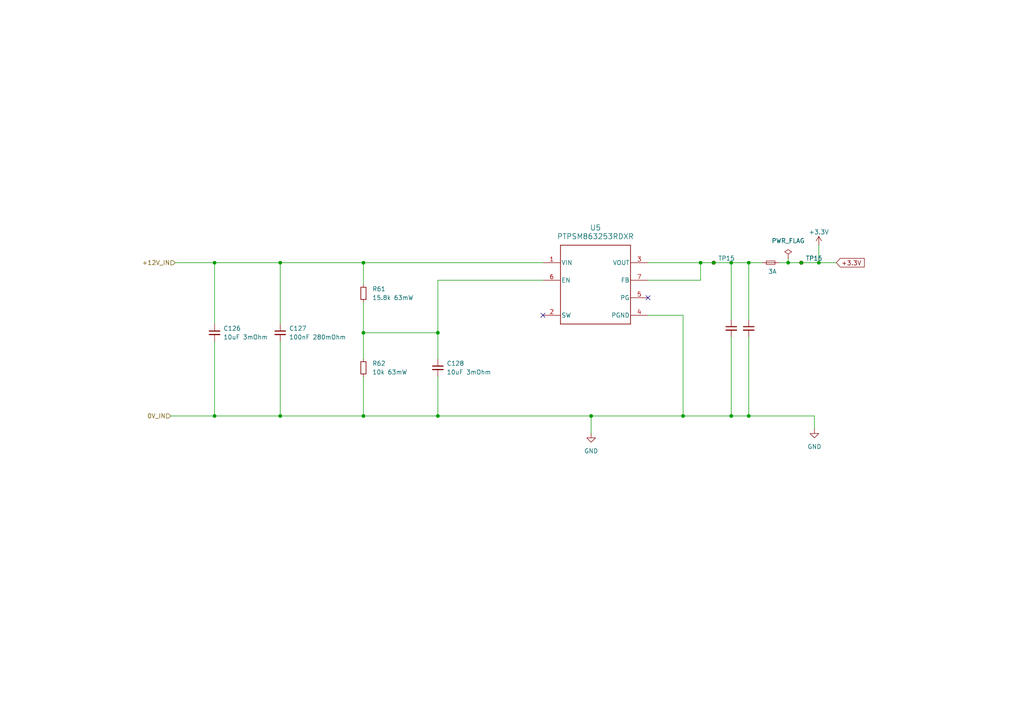
<source format=kicad_sch>
(kicad_sch (version 20250114) (generator "eeschema") (generator_version "9.0")
  (paper "A4")
  (lib_symbols
    (symbol "Connector:TestPoint_Small" (pin_numbers (hide yes)) (pin_names (offset 0.762) (hide yes))
      (property "Reference" "TP" (at 0 3.81 0))
      (property "Value" "TestPoint_Small" (at 0 2.032 0))
      (symbol "TestPoint_Small_0_1"
        (circle (center 0 0) (radius 0.508))
      )
      (symbol "TestPoint_Small_1_1"
        (pin passive line (at 0 0 90) (length 0) (name "1") (number "1"))
      )
    )
    (symbol "Device:C_Small" (pin_numbers (hide yes)) (pin_names (offset 0.254) (hide yes))
      (property "Reference" "C" (at 0.254 1.778 0))
      (property "Value" "C_Small" (at 0.254 -2.032 0))
      (symbol "C_Small_0_1"
        (polyline (pts (xy -1.524 0.508) (xy 1.524 0.508)) (stroke (width 0.3048)))
        (polyline (pts (xy -1.524 -0.508) (xy 1.524 -0.508)) (stroke (width 0.3302)))
      )
      (symbol "C_Small_1_1"
        (pin passive line (at 0 2.54 270) (length 2.032) (name "~") (number "1"))
        (pin passive line (at 0 -2.54 90) (length 2.032) (name "~") (number "2"))
      )
    )
    (symbol "Device:Fuse_Small" (pin_numbers (hide yes)) (pin_names (offset 0.254) (hide yes))
      (property "Reference" "F" (at 0 -1.524 0))
      (property "Value" "Fuse_Small" (at 0 1.524 0))
      (symbol "Fuse_Small_0_1"
        (rectangle (start -1.27 0.508) (end 1.27 -0.508))
        (polyline (pts (xy -1.27 0) (xy 1.27 0)))
      )
      (symbol "Fuse_Small_1_1"
        (pin passive line (at -2.54 0 0) (length 1.27) (name "~") (number "1"))
        (pin passive line (at 2.54 0 180) (length 1.27) (name "~") (number "2"))
      )
    )
    (symbol "Device:R_Small" (pin_numbers (hide yes)) (pin_names (offset 0.254) (hide yes))
      (property "Reference" "R" (at 0.762 0.508 0))
      (property "Value" "R_Small" (at 0.762 -1.016 0))
      (symbol "R_Small_0_1"
        (rectangle (start -0.762 1.778) (end 0.762 -1.778) (stroke (width 0.2032)))
      )
      (symbol "R_Small_1_1"
        (pin passive line (at 0 2.54 270) (length 0.762) (name "~") (number "1"))
        (pin passive line (at 0 -2.54 90) (length 0.762) (name "~") (number "2"))
      )
    )
    (symbol "RDX0007A-MFG:PTPSM863253RDXR" (pin_names (offset 0.254))
      (property "Reference" "U" (at 0 2.54 0))
      (property "Value" "PTPSM863253RDXR" (at 0 0 0))
      (symbol "PTPSM863253RDXR_0_1"
        (polyline (pts (xy 5.08 5.08) (xy 5.08 -17.78)) (stroke (width 0.2032)))
        (polyline (pts (xy 5.08 -17.78) (xy 25.4 -17.78)) (stroke (width 0.2032)))
        (polyline (pts (xy 25.4 5.08) (xy 5.08 5.08)) (stroke (width 0.2032)))
        (polyline (pts (xy 25.4 -17.78) (xy 25.4 5.08)) (stroke (width 0.2032)))
        (pin power_in line (at 0 0 0) (length 5.08) (name "VIN") (number "1"))
        (pin input line (at 0 -5.08 0) (length 5.08) (name "EN") (number "6"))
        (pin unspecified line (at 0 -15.24 0) (length 5.08) (name "SW") (number "2"))
        (pin power_in line (at 30.48 0 180) (length 5.08) (name "VOUT") (number "3"))
        (pin unspecified line (at 30.48 -5.08 180) (length 5.08) (name "FB") (number "7"))
        (pin open_collector line (at 30.48 -10.16 180) (length 5.08) (name "PG") (number "5"))
        (pin power_in line (at 30.48 -15.24 180) (length 5.08) (name "PGND") (number "4"))
      )
    )
    (symbol "power:+3.3V" (power) (pin_numbers (hide yes)) (pin_names (offset 0) (hide yes))
      (property "Value" "+3.3V" (at 0 3.556 0))
      (symbol "+3.3V_0_1"
        (polyline (pts (xy -0.762 1.27) (xy 0 2.54)))
        (polyline (pts (xy 0 2.54) (xy 0.762 1.27)))
        (polyline (pts (xy 0 0) (xy 0 2.54)))
      )
      (symbol "+3.3V_1_1"
        (pin power_in line (at 0 0 90) (length 0) (name "~") (number "1"))
      )
    )
    (symbol "power:GND" (power) (pin_numbers (hide yes)) (pin_names (offset 0) (hide yes))
      (property "Value" "GND" (at 0 -3.81 0))
      (symbol "GND_0_1"
        (polyline (pts (xy 0 0) (xy 0 -1.27) (xy 1.27 -1.27) (xy 0 -2.54) (xy -1.27 -1.27) (xy 0 -1.27)))
      )
      (symbol "GND_1_1"
        (pin power_in line (at 0 0 270) (length 0) (name "~") (number "1"))
      )
    )
    (symbol "power:PWR_FLAG" (power) (pin_numbers (hide yes)) (pin_names (offset 0) (hide yes))
      (property "Value" "PWR_FLAG" (at 0 3.81 0))
      (symbol "PWR_FLAG_0_0"
        (pin power_out line (at 0 0 90) (length 0) (name "~") (number "1"))
      )
      (symbol "PWR_FLAG_0_1"
        (polyline (pts (xy 0 0) (xy 0 1.27) (xy -1.016 1.905) (xy 0 2.54) (xy 1.016 1.905) (xy 0 1.27)))
      )
    )
  )
  (junction (at 217.17 120.65))
  (junction (at 62.23 76.2))
  (junction (at 171.45 120.65))
  (junction (at 207.01 76.2))
  (junction (at 217.17 76.2))
  (junction (at 127 120.65))
  (junction (at 212.09 76.2))
  (junction (at 228.6 76.2))
  (junction (at 105.41 120.65))
  (junction (at 81.28 120.65))
  (junction (at 81.28 76.2))
  (junction (at 232.41 76.2))
  (junction (at 212.09 120.65))
  (junction (at 62.23 120.65))
  (junction (at 237.49 76.2))
  (junction (at 198.12 120.65))
  (junction (at 203.2 76.2))
  (junction (at 105.41 96.52))
  (junction (at 127 96.52))
  (junction (at 105.41 76.2))
  (no_connect (at 187.96 86.36))
  (no_connect (at 157.48 91.44))
  (wire (pts (xy 171.45 120.65) (xy 127 120.65)))
  (wire (pts (xy 237.49 71.12) (xy 237.49 76.2)))
  (wire (pts (xy 203.2 76.2) (xy 187.96 76.2)))
  (wire (pts (xy 203.2 81.28) (xy 203.2 76.2)))
  (wire (pts (xy 81.28 120.65) (xy 62.23 120.65)))
  (wire (pts (xy 105.41 96.52) (xy 105.41 87.63)))
  (wire (pts (xy 237.49 76.2) (xy 242.57 76.2)))
  (wire (pts (xy 212.09 97.79) (xy 212.09 120.65)))
  (wire (pts (xy 212.09 120.65) (xy 198.12 120.65)))
  (wire (pts (xy 212.09 76.2) (xy 207.01 76.2)))
  (wire (pts (xy 198.12 120.65) (xy 171.45 120.65)))
  (wire (pts (xy 105.41 82.55) (xy 105.41 76.2)))
  (wire (pts (xy 157.48 76.2) (xy 105.41 76.2)))
  (wire (pts (xy 198.12 91.44) (xy 198.12 120.65)))
  (wire (pts (xy 228.6 74.93) (xy 228.6 76.2)))
  (wire (pts (xy 105.41 120.65) (xy 81.28 120.65)))
  (wire (pts (xy 207.01 76.2) (xy 203.2 76.2)))
  (wire (pts (xy 217.17 92.71) (xy 217.17 76.2)))
  (wire (pts (xy 127 109.22) (xy 127 120.65)))
  (wire (pts (xy 226.06 76.2) (xy 228.6 76.2)))
  (wire (pts (xy 50.8 76.2) (xy 62.23 76.2)))
  (wire (pts (xy 236.22 120.65) (xy 217.17 120.65)))
  (wire (pts (xy 81.28 76.2) (xy 62.23 76.2)))
  (wire (pts (xy 127 96.52) (xy 105.41 96.52)))
  (wire (pts (xy 232.41 76.2) (xy 237.49 76.2)))
  (wire (pts (xy 217.17 97.79) (xy 217.17 120.65)))
  (wire (pts (xy 81.28 93.98) (xy 81.28 76.2)))
  (wire (pts (xy 217.17 76.2) (xy 220.98 76.2)))
  (wire (pts (xy 217.17 120.65) (xy 212.09 120.65)))
  (wire (pts (xy 187.96 91.44) (xy 198.12 91.44)))
  (wire (pts (xy 127 104.14) (xy 127 96.52)))
  (wire (pts (xy 81.28 76.2) (xy 105.41 76.2)))
  (wire (pts (xy 105.41 109.22) (xy 105.41 120.65)))
  (wire (pts (xy 62.23 99.06) (xy 62.23 120.65)))
  (wire (pts (xy 49.53 120.65) (xy 62.23 120.65)))
  (wire (pts (xy 212.09 76.2) (xy 212.09 92.71)))
  (wire (pts (xy 187.96 81.28) (xy 203.2 81.28)))
  (wire (pts (xy 171.45 120.65) (xy 171.45 125.73)))
  (wire (pts (xy 236.22 124.46) (xy 236.22 120.65)))
  (wire (pts (xy 127 81.28) (xy 127 96.52)))
  (wire (pts (xy 105.41 96.52) (xy 105.41 104.14)))
  (wire (pts (xy 228.6 76.2) (xy 232.41 76.2)))
  (wire (pts (xy 212.09 76.2) (xy 217.17 76.2)))
  (wire (pts (xy 62.23 76.2) (xy 62.23 93.98)))
  (wire (pts (xy 127 120.65) (xy 105.41 120.65)))
  (wire (pts (xy 157.48 81.28) (xy 127 81.28)))
  (wire (pts (xy 81.28 99.06) (xy 81.28 120.65)))
  (global_label "+3.3V" (shape input) (at 242.57 76.2 0) (property "Intersheetrefs" "${INTERSHEET_REFS}" (effects (hide yes))))
  (hierarchical_label "0V_IN" (shape input) (at 49.53 120.65 180))
  (hierarchical_label "+12V_IN" (shape input) (at 50.8 76.2 180))
  (symbol (lib_id "power:PWR_FLAG") (at 228.6 74.93 0) (unit 1)
    (property "Reference" "#FLG03" (effects (hide yes)))
    (property "Value" "PWR_FLAG" (at 228.6 69.85 0))
    (property "Description" "Special symbol for telling ERC where power comes from" (effects (hide yes)))
  )
  (symbol (lib_id "Device:C_Small") (at 217.17 95.25 0) (unit 1)
    (property "Reference" "C138" (effects (hide yes)))
    (property "Value" "1uF" (effects (hide yes)))
    (property "Footprint" "Capacitor_SMD:C_0603_1608Metric_Pad1.08x0.95mm_HandSolder" (effects (hide yes)))
    (property "Datasheet" "https://www.mouser.pl/ProductDetail/TAIYO-YUDEN/EMK107B7105MA8T?qs=sGAEpiMZZMsh%252B1woXyUXj30ZYomYlxpXD%252BuSrqeE39U%3D" (effects (hide yes)))
    (property "Description" "Unpolarized capacitor, small symbol" (effects (hide yes)))
  )
  (symbol (lib_id "Device:R_Small") (at 105.41 85.09 0) (unit 1)
    (property "Reference" "R61" (at 107.95 83.8199 0) (effects (justify left)))
    (property "Value" "15.8k 63mW" (at 107.95 86.3599 0) (effects (justify left)))
    (property "Footprint" "Resistor_SMD:R_0603_1608Metric_Pad0.98x0.95mm_HandSolder" (effects (hide yes)))
    (property "Datasheet" "https://www.mouser.pl/ProductDetail/Panasonic/ERA-2AEB1582X?qs=sGAEpiMZZMvdGkrng054t4QdAY%2FQ0LweEINZ0WKFAnc%3D" (effects (hide yes)))
    (property "Description" "Resistor, small symbol" (effects (hide yes)))
  )
  (symbol (lib_id "Device:C_Small") (at 127 106.68 0) (unit 1)
    (property "Reference" "C128" (at 129.54 105.4162 0) (effects (justify left)))
    (property "Value" "10uF 3mOhm" (at 129.54 107.9562 0) (effects (justify left)))
    (property "Footprint" "Capacitor_SMD:C_0603_1608Metric_Pad1.08x0.95mm_HandSolder" (effects (hide yes)))
    (property "Datasheet" "https://www.mouser.pl/ProductDetail/TDK/C1608X5R1A226M080AC?qs=dfay7wIA1uED3Fb1o4f9Dg%3D%3D" (effects (hide yes)))
    (property "Description" "Unpolarized capacitor, small symbol" (effects (hide yes)))
  )
  (symbol (lib_id "Device:C_Small") (at 62.23 96.52 0) (unit 1)
    (property "Reference" "C126" (at 64.77 95.2562 0) (effects (justify left)))
    (property "Value" "10uF 3mOhm" (at 64.77 97.7962 0) (effects (justify left)))
    (property "Footprint" "Capacitor_SMD:C_0603_1608Metric_Pad1.08x0.95mm_HandSolder" (effects (hide yes)))
    (property "Datasheet" "https://www.mouser.pl/ProductDetail/TDK/C1608X5R1A226M080AC?qs=dfay7wIA1uED3Fb1o4f9Dg%3D%3D" (effects (hide yes)))
    (property "Description" "Unpolarized capacitor, small symbol" (effects (hide yes)))
  )
  (symbol (lib_id "RDX0007A-MFG:PTPSM863253RDXR") (at 157.48 76.2 0) (unit 1)
    (property "Reference" "U5" (at 172.72 66.04 0) (effects (font (size 1.524 1.524))))
    (property "Value" "PTPSM863253RDXR" (at 172.72 68.58 0) (effects (font (size 1.524 1.524))))
    (property "Footprint" "footrpint:RDX0007A-MFG" (effects (hide yes)))
    (property "Datasheet" "PTPSM863253RDXR" (effects (hide yes)))
  )
  (symbol (lib_id "power:+3.3V") (at 237.49 71.12 0) (unit 1)
    (property "Reference" "#PWR01" (effects (hide yes)))
    (property "Value" "+3.3V" (at 237.49 67.31 0))
  )
  (symbol (lib_id "Device:R_Small") (at 105.41 106.68 0) (unit 1)
    (property "Reference" "R62" (at 107.95 105.4099 0) (effects (justify left)))
    (property "Value" "10k 63mW" (at 107.95 107.9499 0) (effects (justify left)))
    (property "Footprint" "Resistor_SMD:R_0603_1608Metric_Pad0.98x0.95mm_HandSolder" (effects (hide yes)))
    (property "Datasheet" "https://www.mouser.pl/ProductDetail/Vishay-Dale/CRCW060310K0FKEI?qs=sGAEpiMZZMvdGkrng054t8tsKUCh5%2FbYoR58PzIQdJA%3D" (effects (hide yes)))
    (property "Description" "Resistor, small symbol" (effects (hide yes)))
  )
  (symbol (lib_id "power:GND") (at 236.22 124.46 0) (unit 1)
    (property "Reference" "#PWR0131" (effects (hide yes)))
    (property "Value" "GND" (at 236.22 129.54 0))
    (property "Description" "Power symbol creates a global label with name \"GND\" , ground" (effects (hide yes)))
  )
  (symbol (lib_id "power:GND") (at 171.45 125.73 0) (unit 1)
    (property "Reference" "#PWR0130" (effects (hide yes)))
    (property "Value" "GND" (at 171.45 130.81 0))
    (property "Description" "Power symbol creates a global label with name \"GND\" , ground" (effects (hide yes)))
  )
  (symbol (lib_id "Connector:TestPoint_Small") (at 232.41 76.2 0) (unit 1)
    (property "Reference" "TP16" (at 233.68 74.9299 0) (effects (justify left)))
    (property "Value" "TestPoint_Small" (effects (hide yes)))
    (property "Footprint" "TestPoint:TestPoint_Pad_D1.0mm" (effects (hide yes)))
    (property "Description" "test point" (effects (hide yes)))
  )
  (symbol (lib_id "Connector:TestPoint_Small") (at 207.01 76.2 0) (unit 1)
    (property "Reference" "TP15" (at 208.28 74.9299 0) (effects (justify left)))
    (property "Value" "TestPoint_Small" (effects (hide yes)))
    (property "Footprint" "TestPoint:TestPoint_Pad_D1.0mm" (effects (hide yes)))
    (property "Description" "test point" (effects (hide yes)))
  )
  (symbol (lib_id "Device:Fuse_Small") (at 223.52 76.2 0) (unit 1)
    (property "Reference" "F2" (effects (hide yes)))
    (property "Value" "3A" (at 224.028 78.74 0))
    (property "Footprint" "Fuse:Fuse_0603_1608Metric_Pad1.05x0.95mm_HandSolder" (effects (hide yes)))
    (property "Datasheet" "https://www.mouser.pl/ProductDetail/Bourns/SF-0603FP300F-2?qs=55YtniHzbhAz28pQ%252B5v2Gg%3D%3D" (effects (hide yes)))
    (property "Description" "Fuse, small symbol" (effects (hide yes)))
  )
  (symbol (lib_id "Device:C_Small") (at 212.09 95.25 0) (unit 1)
    (property "Reference" "C137" (effects (hide yes)))
    (property "Value" "1uF" (effects (hide yes)))
    (property "Footprint" "Capacitor_SMD:C_0603_1608Metric_Pad1.08x0.95mm_HandSolder" (effects (hide yes)))
    (property "Datasheet" "https://www.mouser.pl/ProductDetail/TAIYO-YUDEN/EMK107B7105MA8T?qs=sGAEpiMZZMsh%252B1woXyUXj30ZYomYlxpXD%252BuSrqeE39U%3D" (effects (hide yes)))
    (property "Description" "Unpolarized capacitor, small symbol" (effects (hide yes)))
  )
  (symbol (lib_id "Device:C_Small") (at 81.28 96.52 0) (unit 1)
    (property "Reference" "C127" (at 83.82 95.2562 0) (effects (justify left)))
    (property "Value" "100nF 280mOhm" (at 83.82 97.7962 0) (effects (justify left)))
    (property "Footprint" "Capacitor_SMD:C_0603_1608Metric_Pad1.08x0.95mm_HandSolder" (effects (hide yes)))
    (property "Datasheet" "https://www.mouser.pl/ProductDetail/TAIYO-YUDEN/MAJCU168BB7104KTEA01?qs=ZcfC38r4PovJ4zMRJqa98Q%3D%3D" (effects (hide yes)))
    (property "Description" "Unpolarized capacitor, small symbol" (effects (hide yes)))
  )
)
</source>
